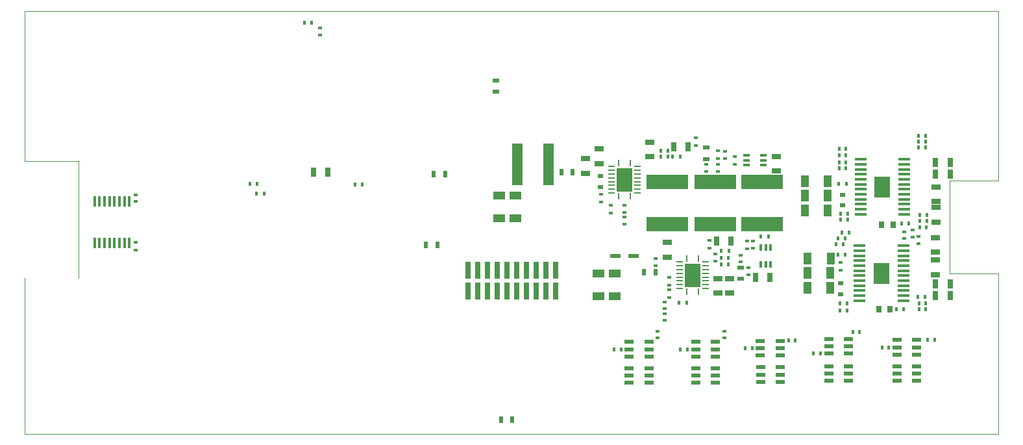
<source format=gtp>
G04*
G04 #@! TF.GenerationSoftware,Altium Limited,Altium Designer,19.1.5 (86)*
G04*
G04 Layer_Color=8421504*
%FSLAX44Y44*%
%MOMM*%
G71*
G01*
G75*
%ADD17C,0.1000*%
%ADD18R,0.4500X0.6000*%
%ADD19R,0.8000X1.3000*%
%ADD20R,0.6000X0.4000*%
%ADD21R,0.4000X0.6000*%
%ADD22R,0.6000X0.4500*%
%ADD23R,1.2700X0.5588*%
%ADD24R,0.9000X0.2600*%
%ADD25R,0.2600X0.9000*%
%ADD26R,2.0700X3.0700*%
%ADD27R,0.3500X1.4000*%
%ADD28R,0.8000X0.6000*%
%ADD29R,1.0000X1.6000*%
%ADD30R,0.7000X1.3000*%
%ADD31R,1.3000X0.7000*%
%ADD32R,0.7000X0.9000*%
%ADD33R,2.0250X2.6800*%
%ADD34R,1.5700X0.4100*%
%ADD35R,0.5000X0.9000*%
%ADD36R,1.3000X0.8000*%
%ADD37R,0.9000X0.5000*%
%ADD38R,0.3500X0.8500*%
%ADD39R,5.4100X1.8800*%
%ADD40R,1.3716X0.5080*%
%ADD41R,1.4224X5.4102*%
%ADD42R,1.6000X1.0000*%
%ADD43R,0.8500X0.3500*%
%ADD44R,0.7366X2.2352*%
G36*
X1126677Y323240D02*
X1119860D01*
Y333263D01*
X1126677D01*
Y323240D01*
D02*
G37*
G36*
X1117657D02*
X1110860D01*
Y333275D01*
X1117657D01*
Y323240D01*
D02*
G37*
G36*
X787490Y321497D02*
X775597D01*
Y339140D01*
X787490D01*
Y321497D01*
D02*
G37*
G36*
X1126670Y311040D02*
X1119860D01*
Y321039D01*
X1126670D01*
Y311040D01*
D02*
G37*
G36*
X1117656D02*
X1110860D01*
Y321036D01*
X1117656D01*
Y311040D01*
D02*
G37*
G36*
X1125517Y210650D02*
X1118700D01*
Y220673D01*
X1125517D01*
Y210650D01*
D02*
G37*
G36*
X1116497D02*
X1109700D01*
Y220685D01*
X1116497D01*
Y210650D01*
D02*
G37*
G36*
X1125510Y198450D02*
X1118700D01*
Y208449D01*
X1125510D01*
Y198450D01*
D02*
G37*
G36*
X1116496D02*
X1109700D01*
Y208446D01*
X1116496D01*
Y198450D01*
D02*
G37*
G36*
X876390Y197036D02*
X864497D01*
Y214680D01*
X876390D01*
Y197036D01*
D02*
G37*
D17*
X0Y355600D02*
Y551180D01*
Y0D02*
Y203200D01*
X69850D02*
Y355600D01*
X0D02*
X69850D01*
X1270000Y330200D02*
Y413385D01*
Y137795D02*
Y209550D01*
X1206500D02*
X1270000D01*
X1206500D02*
Y330200D01*
X1270000D01*
Y413385D02*
Y551180D01*
Y0D02*
Y137795D01*
X0Y0D02*
X1270000D01*
X0Y551180D02*
X1270000D01*
D18*
X440560Y325430D02*
D03*
X430560D02*
D03*
X908130Y238760D02*
D03*
X918130D02*
D03*
X853520Y171450D02*
D03*
X863520D02*
D03*
X970200Y257810D02*
D03*
X960200D02*
D03*
X1071950Y326390D02*
D03*
X1061950D02*
D03*
X854630Y361950D02*
D03*
X844630D02*
D03*
X312340Y313690D02*
D03*
X302340D02*
D03*
X293370Y326390D02*
D03*
X303370D02*
D03*
D19*
X395580Y341630D02*
D03*
X376580D02*
D03*
D20*
X949960Y242570D02*
D03*
Y251570D02*
D03*
X933450Y224100D02*
D03*
Y233100D02*
D03*
X943610Y207590D02*
D03*
Y216590D02*
D03*
X900430Y225370D02*
D03*
Y234370D02*
D03*
X144780Y302840D02*
D03*
Y311840D02*
D03*
X782320Y288870D02*
D03*
Y297870D02*
D03*
X834390Y163140D02*
D03*
Y172140D02*
D03*
X384810Y520010D02*
D03*
Y529010D02*
D03*
X825500Y134040D02*
D03*
Y125040D02*
D03*
X912320Y134040D02*
D03*
Y125040D02*
D03*
X1146810Y254580D02*
D03*
Y263580D02*
D03*
X1158240Y256653D02*
D03*
Y265653D02*
D03*
X1165860Y248230D02*
D03*
Y257230D02*
D03*
X834390Y147900D02*
D03*
Y156900D02*
D03*
X822960Y219710D02*
D03*
Y228710D02*
D03*
X782320Y273630D02*
D03*
Y282630D02*
D03*
X913130Y359410D02*
D03*
Y368410D02*
D03*
X904240Y342210D02*
D03*
Y351210D02*
D03*
X889000Y342210D02*
D03*
Y351210D02*
D03*
D21*
X908630Y229870D02*
D03*
X917630D02*
D03*
X374070Y535940D02*
D03*
X365070D02*
D03*
X1005260Y121920D02*
D03*
X996260D02*
D03*
X1089080Y133350D02*
D03*
X1080080D02*
D03*
X1186870Y123190D02*
D03*
X1177870D02*
D03*
X768620Y110490D02*
D03*
X777620D02*
D03*
X855440D02*
D03*
X864440D02*
D03*
X940070Y111760D02*
D03*
X949070D02*
D03*
X1028590Y105410D02*
D03*
X1037590D02*
D03*
X1118180Y113030D02*
D03*
X1127180D02*
D03*
X1137230Y162560D02*
D03*
X1146230D02*
D03*
X1143730Y274320D02*
D03*
X1152730D02*
D03*
X1166440Y170180D02*
D03*
X1175440D02*
D03*
X1167710Y278130D02*
D03*
X1176710D02*
D03*
X1165170Y179070D02*
D03*
X1174170D02*
D03*
X1167710Y285750D02*
D03*
X1176710D02*
D03*
X1165860Y388620D02*
D03*
X1174860D02*
D03*
X1075110Y262890D02*
D03*
X1066110D02*
D03*
X1071300Y372110D02*
D03*
X1062300D02*
D03*
X1165860Y381000D02*
D03*
X1174860D02*
D03*
X1165860Y373380D02*
D03*
X1174860D02*
D03*
X1166440Y162560D02*
D03*
X1175440D02*
D03*
X1167130Y269240D02*
D03*
X1176130D02*
D03*
X1070030Y255270D02*
D03*
X1061030D02*
D03*
X1071300Y363220D02*
D03*
X1062300D02*
D03*
X1058490Y247650D02*
D03*
X1067490D02*
D03*
X1062300Y354330D02*
D03*
X1071300D02*
D03*
X1072570Y170180D02*
D03*
X1063570D02*
D03*
X1073300Y287020D02*
D03*
X1064300D02*
D03*
X1063570Y161290D02*
D03*
X1072570D02*
D03*
X1064300Y279400D02*
D03*
X1073300D02*
D03*
X1060939Y234050D02*
D03*
X1069939D02*
D03*
X1062300Y346710D02*
D03*
X1071300D02*
D03*
X908630Y220980D02*
D03*
X917630D02*
D03*
X829890Y361950D02*
D03*
X838890D02*
D03*
X829890Y369570D02*
D03*
X838890D02*
D03*
D22*
X942340Y251380D02*
D03*
Y241380D02*
D03*
X892810Y242650D02*
D03*
Y252650D02*
D03*
X144780Y240110D02*
D03*
Y250110D02*
D03*
X925830Y361870D02*
D03*
Y351870D02*
D03*
X1064260Y223520D02*
D03*
Y213520D02*
D03*
X840740Y177880D02*
D03*
Y187880D02*
D03*
Y194390D02*
D03*
Y204390D02*
D03*
X904240Y368910D02*
D03*
Y358910D02*
D03*
X764540Y288370D02*
D03*
Y298370D02*
D03*
X875030Y386000D02*
D03*
Y376000D02*
D03*
X751840Y302340D02*
D03*
Y312340D02*
D03*
D23*
X959556Y102362D02*
D03*
Y111760D02*
D03*
Y121158D02*
D03*
X985464D02*
D03*
Y111760D02*
D03*
Y102362D02*
D03*
X788106Y101092D02*
D03*
Y110490D02*
D03*
Y119888D02*
D03*
X814014D02*
D03*
Y110490D02*
D03*
Y101092D02*
D03*
X1137666Y103632D02*
D03*
Y113030D02*
D03*
Y122428D02*
D03*
X1163574D02*
D03*
Y113030D02*
D03*
Y103632D02*
D03*
X874926Y101092D02*
D03*
Y110490D02*
D03*
Y119888D02*
D03*
X900834D02*
D03*
Y110490D02*
D03*
Y101092D02*
D03*
X1048766Y104902D02*
D03*
Y114300D02*
D03*
Y123698D02*
D03*
X1074674D02*
D03*
Y114300D02*
D03*
Y104902D02*
D03*
X959866Y68072D02*
D03*
Y77470D02*
D03*
Y86868D02*
D03*
X985774D02*
D03*
Y77470D02*
D03*
Y68072D02*
D03*
X788106Y66802D02*
D03*
Y76200D02*
D03*
Y85598D02*
D03*
X814014D02*
D03*
Y76200D02*
D03*
Y66802D02*
D03*
X1048766Y69342D02*
D03*
Y78740D02*
D03*
Y88138D02*
D03*
X1074674D02*
D03*
Y78740D02*
D03*
Y69342D02*
D03*
X1137666D02*
D03*
Y78740D02*
D03*
Y88138D02*
D03*
X1163574D02*
D03*
Y78740D02*
D03*
Y69342D02*
D03*
X874926Y66802D02*
D03*
Y76200D02*
D03*
Y85598D02*
D03*
X900834D02*
D03*
Y76200D02*
D03*
Y66802D02*
D03*
D24*
X765470Y313970D02*
D03*
X799170Y348970D02*
D03*
X765470D02*
D03*
Y343970D02*
D03*
Y338970D02*
D03*
Y333970D02*
D03*
Y328970D02*
D03*
Y323970D02*
D03*
Y318970D02*
D03*
X799170Y313970D02*
D03*
Y318970D02*
D03*
Y323970D02*
D03*
Y328970D02*
D03*
Y333970D02*
D03*
Y338970D02*
D03*
Y343970D02*
D03*
X854370Y189510D02*
D03*
X888070Y224510D02*
D03*
X854370D02*
D03*
Y219510D02*
D03*
Y214510D02*
D03*
Y209510D02*
D03*
Y204510D02*
D03*
Y199510D02*
D03*
Y194510D02*
D03*
X888070Y189510D02*
D03*
Y194510D02*
D03*
Y199510D02*
D03*
Y204510D02*
D03*
Y209510D02*
D03*
Y214510D02*
D03*
Y219510D02*
D03*
D25*
X774820Y309620D02*
D03*
X789820Y353320D02*
D03*
X774820D02*
D03*
X789820Y309620D02*
D03*
X863720Y185160D02*
D03*
X878720Y228860D02*
D03*
X863720D02*
D03*
X878720Y185160D02*
D03*
D26*
X782320Y331470D02*
D03*
X871220Y207010D02*
D03*
D27*
X90990Y248920D02*
D03*
X97490D02*
D03*
X103990D02*
D03*
X110490D02*
D03*
X116990D02*
D03*
X123490D02*
D03*
X129990D02*
D03*
X136490D02*
D03*
X90990Y302920D02*
D03*
X97490D02*
D03*
X103990D02*
D03*
X110490D02*
D03*
X116990D02*
D03*
X123490D02*
D03*
X129990D02*
D03*
X136490D02*
D03*
D28*
X1064260Y182230D02*
D03*
Y196230D02*
D03*
X1066950Y297800D02*
D03*
Y311800D02*
D03*
X750570Y321930D02*
D03*
Y335930D02*
D03*
D29*
X1020775Y190910D02*
D03*
X1050775D02*
D03*
X1020775Y209960D02*
D03*
X1050775D02*
D03*
X1021320Y228600D02*
D03*
X1051320D02*
D03*
X1017550Y291660D02*
D03*
X1047550D02*
D03*
X1017550Y310710D02*
D03*
X1047550D02*
D03*
X1017550Y329760D02*
D03*
X1047550D02*
D03*
D30*
X1207110Y180340D02*
D03*
X1188110D02*
D03*
X1207110Y195580D02*
D03*
X1188110D02*
D03*
X1207110Y354330D02*
D03*
X1188110D02*
D03*
X1207110Y339090D02*
D03*
X1188110D02*
D03*
X953160Y204470D02*
D03*
X972160D02*
D03*
X902360Y251460D02*
D03*
X921360D02*
D03*
X865480Y374650D02*
D03*
X846480D02*
D03*
D31*
X1187450Y207670D02*
D03*
Y226670D02*
D03*
Y255880D02*
D03*
Y236880D02*
D03*
X1188720Y321920D02*
D03*
Y302920D02*
D03*
Y276250D02*
D03*
Y295250D02*
D03*
X980440Y361950D02*
D03*
Y342950D02*
D03*
X815340Y380340D02*
D03*
Y361340D02*
D03*
X731520Y358750D02*
D03*
Y339750D02*
D03*
D32*
X1128790Y162560D02*
D03*
X1113790D02*
D03*
X1132870Y273050D02*
D03*
X1117870D02*
D03*
D33*
X1117600Y209550D02*
D03*
X1118760Y322140D02*
D03*
D34*
X1088900Y173800D02*
D03*
Y180300D02*
D03*
Y186800D02*
D03*
Y193300D02*
D03*
Y199800D02*
D03*
Y206300D02*
D03*
Y212800D02*
D03*
Y219300D02*
D03*
Y225800D02*
D03*
Y232300D02*
D03*
Y238800D02*
D03*
Y245300D02*
D03*
X1146300D02*
D03*
Y238800D02*
D03*
Y232300D02*
D03*
Y225800D02*
D03*
Y219300D02*
D03*
Y212800D02*
D03*
Y206300D02*
D03*
Y199800D02*
D03*
Y193300D02*
D03*
Y186800D02*
D03*
Y180300D02*
D03*
Y173800D02*
D03*
X1090060Y286390D02*
D03*
Y292890D02*
D03*
Y299390D02*
D03*
Y305890D02*
D03*
Y312390D02*
D03*
Y318890D02*
D03*
Y325390D02*
D03*
Y331890D02*
D03*
Y338390D02*
D03*
Y344890D02*
D03*
Y351390D02*
D03*
Y357890D02*
D03*
X1147460D02*
D03*
Y351390D02*
D03*
Y344890D02*
D03*
Y338390D02*
D03*
Y331890D02*
D03*
Y325390D02*
D03*
Y318890D02*
D03*
Y312390D02*
D03*
Y305890D02*
D03*
Y299390D02*
D03*
Y292890D02*
D03*
Y286390D02*
D03*
D35*
X621150Y19050D02*
D03*
X636150D02*
D03*
X533520Y339090D02*
D03*
X548520D02*
D03*
X523360Y246380D02*
D03*
X538360D02*
D03*
X822840Y210820D02*
D03*
X807840D02*
D03*
X699890Y341630D02*
D03*
X714890D02*
D03*
D36*
X904240Y202540D02*
D03*
Y183540D02*
D03*
X838200Y249530D02*
D03*
Y230530D02*
D03*
X749300Y371450D02*
D03*
Y352450D02*
D03*
X919480Y183540D02*
D03*
Y202540D02*
D03*
D37*
X933450Y217050D02*
D03*
Y202050D02*
D03*
X889000Y373260D02*
D03*
Y358260D02*
D03*
X614680Y445890D02*
D03*
Y460890D02*
D03*
D38*
X972970Y243410D02*
D03*
X966470D02*
D03*
X959970D02*
D03*
Y221410D02*
D03*
X966470D02*
D03*
X972970D02*
D03*
D39*
X961390Y328370D02*
D03*
Y273610D02*
D03*
X900430Y328370D02*
D03*
Y273610D02*
D03*
X838200Y328370D02*
D03*
Y273610D02*
D03*
D40*
X794258Y232410D02*
D03*
X770382D02*
D03*
D41*
X642747Y351790D02*
D03*
X683133D02*
D03*
D42*
X640080Y280910D02*
D03*
Y310910D02*
D03*
X618490Y280910D02*
D03*
Y310910D02*
D03*
X769620Y179310D02*
D03*
Y209310D02*
D03*
X748030Y179310D02*
D03*
Y209310D02*
D03*
D43*
X941070Y363370D02*
D03*
Y356870D02*
D03*
Y350370D02*
D03*
X963070D02*
D03*
Y356870D02*
D03*
Y363370D02*
D03*
D44*
X615950Y186411D02*
D03*
Y213589D02*
D03*
X603250Y186411D02*
D03*
Y213589D02*
D03*
X590550Y186411D02*
D03*
Y213589D02*
D03*
X577850Y186411D02*
D03*
Y213589D02*
D03*
X628650D02*
D03*
Y186411D02*
D03*
X641350Y213589D02*
D03*
Y186411D02*
D03*
X654050Y213589D02*
D03*
Y186411D02*
D03*
X666750Y213589D02*
D03*
Y186411D02*
D03*
X679450Y213589D02*
D03*
Y186411D02*
D03*
X692150Y213589D02*
D03*
Y186411D02*
D03*
M02*

</source>
